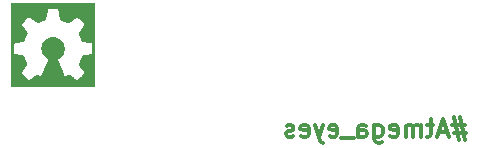
<source format=gbr>
G04 #@! TF.FileFunction,Legend,Bot*
%FSLAX46Y46*%
G04 Gerber Fmt 4.6, Leading zero omitted, Abs format (unit mm)*
G04 Created by KiCad (PCBNEW 0.201509182046+6202~30~ubuntu15.04.1-product) date Mon 21 Sep 2015 15:06:14 BST*
%MOMM*%
G01*
G04 APERTURE LIST*
%ADD10C,0.100000*%
%ADD11C,0.300000*%
%ADD12C,0.002540*%
G04 APERTURE END LIST*
D10*
D11*
X164924428Y-71941571D02*
X163852999Y-71941571D01*
X164495856Y-71298714D02*
X164924428Y-73227286D01*
X163995856Y-72584429D02*
X165067285Y-72584429D01*
X164424428Y-73227286D02*
X163995856Y-71298714D01*
X163424428Y-72513000D02*
X162710142Y-72513000D01*
X163567285Y-72941571D02*
X163067285Y-71441571D01*
X162567285Y-72941571D01*
X162281571Y-71941571D02*
X161710142Y-71941571D01*
X162067285Y-71441571D02*
X162067285Y-72727286D01*
X161995857Y-72870143D01*
X161852999Y-72941571D01*
X161710142Y-72941571D01*
X161210142Y-72941571D02*
X161210142Y-71941571D01*
X161210142Y-72084429D02*
X161138714Y-72013000D01*
X160995856Y-71941571D01*
X160781571Y-71941571D01*
X160638714Y-72013000D01*
X160567285Y-72155857D01*
X160567285Y-72941571D01*
X160567285Y-72155857D02*
X160495856Y-72013000D01*
X160352999Y-71941571D01*
X160138714Y-71941571D01*
X159995856Y-72013000D01*
X159924428Y-72155857D01*
X159924428Y-72941571D01*
X158638714Y-72870143D02*
X158781571Y-72941571D01*
X159067285Y-72941571D01*
X159210142Y-72870143D01*
X159281571Y-72727286D01*
X159281571Y-72155857D01*
X159210142Y-72013000D01*
X159067285Y-71941571D01*
X158781571Y-71941571D01*
X158638714Y-72013000D01*
X158567285Y-72155857D01*
X158567285Y-72298714D01*
X159281571Y-72441571D01*
X157281571Y-71941571D02*
X157281571Y-73155857D01*
X157353000Y-73298714D01*
X157424428Y-73370143D01*
X157567285Y-73441571D01*
X157781571Y-73441571D01*
X157924428Y-73370143D01*
X157281571Y-72870143D02*
X157424428Y-72941571D01*
X157710142Y-72941571D01*
X157853000Y-72870143D01*
X157924428Y-72798714D01*
X157995857Y-72655857D01*
X157995857Y-72227286D01*
X157924428Y-72084429D01*
X157853000Y-72013000D01*
X157710142Y-71941571D01*
X157424428Y-71941571D01*
X157281571Y-72013000D01*
X155924428Y-72941571D02*
X155924428Y-72155857D01*
X155995857Y-72013000D01*
X156138714Y-71941571D01*
X156424428Y-71941571D01*
X156567285Y-72013000D01*
X155924428Y-72870143D02*
X156067285Y-72941571D01*
X156424428Y-72941571D01*
X156567285Y-72870143D01*
X156638714Y-72727286D01*
X156638714Y-72584429D01*
X156567285Y-72441571D01*
X156424428Y-72370143D01*
X156067285Y-72370143D01*
X155924428Y-72298714D01*
X155567285Y-73084429D02*
X154424428Y-73084429D01*
X153495857Y-72870143D02*
X153638714Y-72941571D01*
X153924428Y-72941571D01*
X154067285Y-72870143D01*
X154138714Y-72727286D01*
X154138714Y-72155857D01*
X154067285Y-72013000D01*
X153924428Y-71941571D01*
X153638714Y-71941571D01*
X153495857Y-72013000D01*
X153424428Y-72155857D01*
X153424428Y-72298714D01*
X154138714Y-72441571D01*
X152924428Y-71941571D02*
X152567285Y-72941571D01*
X152210143Y-71941571D02*
X152567285Y-72941571D01*
X152710143Y-73298714D01*
X152781571Y-73370143D01*
X152924428Y-73441571D01*
X151067286Y-72870143D02*
X151210143Y-72941571D01*
X151495857Y-72941571D01*
X151638714Y-72870143D01*
X151710143Y-72727286D01*
X151710143Y-72155857D01*
X151638714Y-72013000D01*
X151495857Y-71941571D01*
X151210143Y-71941571D01*
X151067286Y-72013000D01*
X150995857Y-72155857D01*
X150995857Y-72298714D01*
X151710143Y-72441571D01*
X150424429Y-72870143D02*
X150281572Y-72941571D01*
X149995857Y-72941571D01*
X149853000Y-72870143D01*
X149781572Y-72727286D01*
X149781572Y-72655857D01*
X149853000Y-72513000D01*
X149995857Y-72441571D01*
X150210143Y-72441571D01*
X150353000Y-72370143D01*
X150424429Y-72227286D01*
X150424429Y-72155857D01*
X150353000Y-72013000D01*
X150210143Y-71941571D01*
X149995857Y-71941571D01*
X149853000Y-72013000D01*
D12*
G36*
X126547880Y-68651120D02*
X126657100Y-68651120D01*
X126657100Y-65582800D01*
X126657100Y-65445640D01*
X126657100Y-65300860D01*
X126657100Y-65189100D01*
X126659640Y-65105280D01*
X126662180Y-65046860D01*
X126667260Y-65008760D01*
X126672340Y-64985900D01*
X126679960Y-64978280D01*
X126705360Y-64973200D01*
X126758700Y-64960500D01*
X126837440Y-64945260D01*
X126936500Y-64924940D01*
X127048260Y-64904620D01*
X127121920Y-64891920D01*
X127238760Y-64869060D01*
X127345440Y-64848740D01*
X127434340Y-64830960D01*
X127500380Y-64815720D01*
X127538480Y-64808100D01*
X127548640Y-64803020D01*
X127558800Y-64782700D01*
X127581660Y-64734440D01*
X127612140Y-64665860D01*
X127647700Y-64584580D01*
X127685800Y-64495680D01*
X127723900Y-64404240D01*
X127759460Y-64317880D01*
X127789940Y-64244220D01*
X127810260Y-64188340D01*
X127822960Y-64155320D01*
X127822960Y-64152780D01*
X127812800Y-64127380D01*
X127787400Y-64079120D01*
X127746760Y-64018160D01*
X127708660Y-63959740D01*
X127596900Y-63802260D01*
X127508000Y-63670180D01*
X127439420Y-63566040D01*
X127388620Y-63487300D01*
X127355600Y-63431420D01*
X127340360Y-63398400D01*
X127337820Y-63393320D01*
X127350520Y-63373000D01*
X127383540Y-63332360D01*
X127434340Y-63276480D01*
X127500380Y-63207900D01*
X127571500Y-63131700D01*
X127650240Y-63052960D01*
X127728980Y-62974220D01*
X127802640Y-62900560D01*
X127868680Y-62837060D01*
X127922020Y-62786260D01*
X127960120Y-62755780D01*
X127975360Y-62745620D01*
X127995680Y-62755780D01*
X128041400Y-62783720D01*
X128107440Y-62824360D01*
X128188720Y-62880240D01*
X128285240Y-62943740D01*
X128361440Y-62997080D01*
X128465580Y-63065660D01*
X128557020Y-63129160D01*
X128635760Y-63179960D01*
X128696720Y-63218060D01*
X128737360Y-63240920D01*
X128750060Y-63248540D01*
X128775460Y-63240920D01*
X128828800Y-63223140D01*
X128899920Y-63195200D01*
X128983740Y-63159640D01*
X129075180Y-63124080D01*
X129164080Y-63083440D01*
X129245360Y-63047880D01*
X129313940Y-63014860D01*
X129362200Y-62992000D01*
X129385060Y-62976760D01*
X129385060Y-62976760D01*
X129392680Y-62951360D01*
X129405380Y-62898020D01*
X129420620Y-62819280D01*
X129440940Y-62720220D01*
X129461260Y-62608460D01*
X129473960Y-62547500D01*
X129494280Y-62430660D01*
X129517140Y-62321440D01*
X129534920Y-62230000D01*
X129550160Y-62158880D01*
X129560320Y-62113160D01*
X129562860Y-62103000D01*
X129570480Y-62090300D01*
X129578100Y-62082680D01*
X129595880Y-62075060D01*
X129623820Y-62069980D01*
X129667000Y-62067440D01*
X129730500Y-62064900D01*
X129819400Y-62064900D01*
X129936240Y-62062360D01*
X130027680Y-62062360D01*
X130157220Y-62064900D01*
X130271520Y-62064900D01*
X130365500Y-62069980D01*
X130436620Y-62072520D01*
X130477260Y-62077600D01*
X130487420Y-62080140D01*
X130492500Y-62100460D01*
X130505200Y-62153800D01*
X130520440Y-62230000D01*
X130540760Y-62329060D01*
X130561080Y-62440820D01*
X130578860Y-62534800D01*
X130601720Y-62654180D01*
X130624580Y-62765940D01*
X130644900Y-62859920D01*
X130662680Y-62931040D01*
X130675380Y-62976760D01*
X130683000Y-62989460D01*
X130708400Y-63007240D01*
X130759200Y-63030100D01*
X130830320Y-63060580D01*
X130914140Y-63096140D01*
X131005580Y-63131700D01*
X131094480Y-63167260D01*
X131178300Y-63200280D01*
X131249420Y-63223140D01*
X131300220Y-63238380D01*
X131323080Y-63243460D01*
X131343400Y-63230760D01*
X131391660Y-63200280D01*
X131457700Y-63157100D01*
X131541520Y-63101220D01*
X131638040Y-63037720D01*
X131704080Y-62989460D01*
X131805680Y-62920880D01*
X131894580Y-62859920D01*
X131973320Y-62809120D01*
X132034280Y-62771020D01*
X132069840Y-62750700D01*
X132080000Y-62745620D01*
X132100320Y-62758320D01*
X132140960Y-62791340D01*
X132196840Y-62844680D01*
X132267960Y-62913260D01*
X132351780Y-62994540D01*
X132415280Y-63058040D01*
X132519420Y-63162180D01*
X132600700Y-63246000D01*
X132659120Y-63309500D01*
X132694680Y-63355220D01*
X132715000Y-63385700D01*
X132717540Y-63403480D01*
X132704840Y-63426340D01*
X132676900Y-63474600D01*
X132631180Y-63545720D01*
X132575300Y-63629540D01*
X132511800Y-63723520D01*
X132473700Y-63779400D01*
X132407660Y-63878460D01*
X132346700Y-63969900D01*
X132295900Y-64048640D01*
X132260340Y-64107060D01*
X132240020Y-64145160D01*
X132237480Y-64155320D01*
X132245100Y-64180720D01*
X132262880Y-64231520D01*
X132290820Y-64302640D01*
X132326380Y-64386460D01*
X132361940Y-64477900D01*
X132400040Y-64569340D01*
X132438140Y-64650620D01*
X132468620Y-64721740D01*
X132494020Y-64772540D01*
X132506720Y-64797940D01*
X132506720Y-64797940D01*
X132529580Y-64805560D01*
X132580380Y-64818260D01*
X132656580Y-64836040D01*
X132753100Y-64856360D01*
X132864860Y-64876680D01*
X132938520Y-64891920D01*
X133057900Y-64914780D01*
X133164580Y-64935100D01*
X133256020Y-64952880D01*
X133327140Y-64965580D01*
X133370320Y-64975740D01*
X133380480Y-64978280D01*
X133388100Y-64998600D01*
X133395720Y-65049400D01*
X133398260Y-65123060D01*
X133403340Y-65214500D01*
X133405880Y-65321180D01*
X133405880Y-65430400D01*
X133405880Y-65542160D01*
X133405880Y-65648840D01*
X133400800Y-65742820D01*
X133395720Y-65821560D01*
X133390640Y-65874900D01*
X133383020Y-65900300D01*
X133383020Y-65900300D01*
X133357620Y-65907920D01*
X133304280Y-65920620D01*
X133228080Y-65938400D01*
X133129020Y-65958720D01*
X133017260Y-65979040D01*
X132956300Y-65991740D01*
X132842000Y-66012060D01*
X132735320Y-66034920D01*
X132646420Y-66055240D01*
X132580380Y-66070480D01*
X132539740Y-66083180D01*
X132532120Y-66088260D01*
X132519420Y-66111120D01*
X132496560Y-66161920D01*
X132466080Y-66233040D01*
X132427980Y-66316860D01*
X132392420Y-66410840D01*
X132354320Y-66504820D01*
X132318760Y-66593720D01*
X132288280Y-66669920D01*
X132267960Y-66730880D01*
X132257800Y-66766440D01*
X132255260Y-66771520D01*
X132265420Y-66791840D01*
X132293360Y-66837560D01*
X132336540Y-66903600D01*
X132389880Y-66984880D01*
X132453380Y-67078860D01*
X132488940Y-67129660D01*
X132557520Y-67228720D01*
X132615940Y-67317620D01*
X132664200Y-67396360D01*
X132699760Y-67454780D01*
X132720080Y-67490340D01*
X132722620Y-67500500D01*
X132709920Y-67518280D01*
X132676900Y-67558920D01*
X132626100Y-67614800D01*
X132562600Y-67683380D01*
X132488940Y-67759580D01*
X132412740Y-67838320D01*
X132334000Y-67917060D01*
X132260340Y-67990720D01*
X132194300Y-68054220D01*
X132140960Y-68105020D01*
X132105400Y-68138040D01*
X132087620Y-68148200D01*
X132069840Y-68138040D01*
X132026660Y-68112640D01*
X131963160Y-68069460D01*
X131881880Y-68016120D01*
X131790440Y-67952620D01*
X131734560Y-67914520D01*
X131635500Y-67848480D01*
X131546600Y-67790060D01*
X131470400Y-67739260D01*
X131411980Y-67703700D01*
X131376420Y-67683380D01*
X131368800Y-67680840D01*
X131343400Y-67688460D01*
X131295140Y-67711320D01*
X131231640Y-67741800D01*
X131188460Y-67764660D01*
X131112260Y-67802760D01*
X131061460Y-67825620D01*
X131023360Y-67825620D01*
X130995420Y-67802760D01*
X130970020Y-67754500D01*
X130937000Y-67673220D01*
X130931920Y-67663060D01*
X130911600Y-67614800D01*
X130881120Y-67536060D01*
X130840480Y-67437000D01*
X130792220Y-67317620D01*
X130736340Y-67188080D01*
X130680460Y-67048380D01*
X130642360Y-66959480D01*
X130586480Y-66824860D01*
X130535680Y-66697860D01*
X130492500Y-66588640D01*
X130454400Y-66494660D01*
X130426460Y-66423540D01*
X130411220Y-66377820D01*
X130406140Y-66365120D01*
X130421380Y-66342260D01*
X130456940Y-66306700D01*
X130510280Y-66263520D01*
X130533140Y-66245740D01*
X130683000Y-66121280D01*
X130797300Y-65989200D01*
X130881120Y-65849500D01*
X130934460Y-65697100D01*
X130959860Y-65526920D01*
X130962400Y-65435480D01*
X130947160Y-65252600D01*
X130898900Y-65084960D01*
X130815080Y-64930020D01*
X130700780Y-64790320D01*
X130657600Y-64749680D01*
X130512820Y-64643000D01*
X130355340Y-64566800D01*
X130190240Y-64521080D01*
X130022600Y-64508380D01*
X129852420Y-64523620D01*
X129689860Y-64571880D01*
X129534920Y-64648080D01*
X129395220Y-64757300D01*
X129346960Y-64803020D01*
X129232660Y-64947800D01*
X129153920Y-65100200D01*
X129105660Y-65265300D01*
X129090420Y-65445640D01*
X129090420Y-65448180D01*
X129108200Y-65628520D01*
X129156460Y-65798700D01*
X129237740Y-65953640D01*
X129354580Y-66095880D01*
X129501900Y-66227960D01*
X129542540Y-66258440D01*
X129595880Y-66299080D01*
X129633980Y-66334640D01*
X129651760Y-66360040D01*
X129654300Y-66362580D01*
X129646680Y-66387980D01*
X129628900Y-66438780D01*
X129600960Y-66507360D01*
X129567940Y-66588640D01*
X129565400Y-66598800D01*
X129534920Y-66672460D01*
X129491740Y-66771520D01*
X129443480Y-66890900D01*
X129387600Y-67022980D01*
X129329180Y-67162680D01*
X129273300Y-67302380D01*
X129268220Y-67312540D01*
X129214880Y-67439540D01*
X129166620Y-67553840D01*
X129123440Y-67655440D01*
X129087880Y-67736720D01*
X129062480Y-67795140D01*
X129047240Y-67828160D01*
X129044700Y-67830700D01*
X129021840Y-67830700D01*
X128976120Y-67812920D01*
X128910080Y-67784980D01*
X128869440Y-67764660D01*
X128798320Y-67729100D01*
X128739900Y-67701160D01*
X128699260Y-67683380D01*
X128686560Y-67680840D01*
X128666240Y-67691000D01*
X128620520Y-67718940D01*
X128554480Y-67759580D01*
X128473200Y-67812920D01*
X128381760Y-67876420D01*
X128353820Y-67894200D01*
X128259840Y-67960240D01*
X128170940Y-68018660D01*
X128097280Y-68069460D01*
X128041400Y-68105020D01*
X128008380Y-68127880D01*
X128003300Y-68130420D01*
X127988060Y-68135500D01*
X127972820Y-68132960D01*
X127952500Y-68122800D01*
X127922020Y-68102480D01*
X127881380Y-68064380D01*
X127822960Y-68011040D01*
X127749300Y-67937380D01*
X127650240Y-67840860D01*
X127650240Y-67840860D01*
X127558800Y-67746880D01*
X127477520Y-67663060D01*
X127414020Y-67594480D01*
X127365760Y-67538600D01*
X127342900Y-67505580D01*
X127337820Y-67497960D01*
X127347980Y-67472560D01*
X127375920Y-67424300D01*
X127416560Y-67355720D01*
X127472440Y-67271900D01*
X127535940Y-67177920D01*
X127571500Y-67124580D01*
X127637540Y-67028060D01*
X127695960Y-66939160D01*
X127746760Y-66865500D01*
X127782320Y-66809620D01*
X127802640Y-66776600D01*
X127805180Y-66771520D01*
X127797560Y-66748660D01*
X127779780Y-66697860D01*
X127751840Y-66629280D01*
X127721360Y-66545460D01*
X127683260Y-66454020D01*
X127645160Y-66362580D01*
X127609600Y-66273680D01*
X127576580Y-66194940D01*
X127551180Y-66136520D01*
X127533400Y-66100960D01*
X127530860Y-66095880D01*
X127515620Y-66083180D01*
X127482600Y-66073020D01*
X127431800Y-66057780D01*
X127358140Y-66040000D01*
X127261620Y-66019680D01*
X127134620Y-65996820D01*
X126977140Y-65966340D01*
X126880620Y-65948560D01*
X126804420Y-65935860D01*
X126740920Y-65923160D01*
X126697740Y-65913000D01*
X126687580Y-65910460D01*
X126677420Y-65905380D01*
X126669800Y-65895220D01*
X126664720Y-65869820D01*
X126662180Y-65831720D01*
X126659640Y-65773300D01*
X126657100Y-65692020D01*
X126657100Y-65582800D01*
X126657100Y-68651120D01*
X130048000Y-68651120D01*
X133548120Y-68651120D01*
X133548120Y-65151000D01*
X133548120Y-61650880D01*
X130048000Y-61650880D01*
X126547880Y-61650880D01*
X126547880Y-65151000D01*
X126547880Y-68651120D01*
X126547880Y-68651120D01*
X126547880Y-68651120D01*
G37*
X126547880Y-68651120D02*
X126657100Y-68651120D01*
X126657100Y-65582800D01*
X126657100Y-65445640D01*
X126657100Y-65300860D01*
X126657100Y-65189100D01*
X126659640Y-65105280D01*
X126662180Y-65046860D01*
X126667260Y-65008760D01*
X126672340Y-64985900D01*
X126679960Y-64978280D01*
X126705360Y-64973200D01*
X126758700Y-64960500D01*
X126837440Y-64945260D01*
X126936500Y-64924940D01*
X127048260Y-64904620D01*
X127121920Y-64891920D01*
X127238760Y-64869060D01*
X127345440Y-64848740D01*
X127434340Y-64830960D01*
X127500380Y-64815720D01*
X127538480Y-64808100D01*
X127548640Y-64803020D01*
X127558800Y-64782700D01*
X127581660Y-64734440D01*
X127612140Y-64665860D01*
X127647700Y-64584580D01*
X127685800Y-64495680D01*
X127723900Y-64404240D01*
X127759460Y-64317880D01*
X127789940Y-64244220D01*
X127810260Y-64188340D01*
X127822960Y-64155320D01*
X127822960Y-64152780D01*
X127812800Y-64127380D01*
X127787400Y-64079120D01*
X127746760Y-64018160D01*
X127708660Y-63959740D01*
X127596900Y-63802260D01*
X127508000Y-63670180D01*
X127439420Y-63566040D01*
X127388620Y-63487300D01*
X127355600Y-63431420D01*
X127340360Y-63398400D01*
X127337820Y-63393320D01*
X127350520Y-63373000D01*
X127383540Y-63332360D01*
X127434340Y-63276480D01*
X127500380Y-63207900D01*
X127571500Y-63131700D01*
X127650240Y-63052960D01*
X127728980Y-62974220D01*
X127802640Y-62900560D01*
X127868680Y-62837060D01*
X127922020Y-62786260D01*
X127960120Y-62755780D01*
X127975360Y-62745620D01*
X127995680Y-62755780D01*
X128041400Y-62783720D01*
X128107440Y-62824360D01*
X128188720Y-62880240D01*
X128285240Y-62943740D01*
X128361440Y-62997080D01*
X128465580Y-63065660D01*
X128557020Y-63129160D01*
X128635760Y-63179960D01*
X128696720Y-63218060D01*
X128737360Y-63240920D01*
X128750060Y-63248540D01*
X128775460Y-63240920D01*
X128828800Y-63223140D01*
X128899920Y-63195200D01*
X128983740Y-63159640D01*
X129075180Y-63124080D01*
X129164080Y-63083440D01*
X129245360Y-63047880D01*
X129313940Y-63014860D01*
X129362200Y-62992000D01*
X129385060Y-62976760D01*
X129385060Y-62976760D01*
X129392680Y-62951360D01*
X129405380Y-62898020D01*
X129420620Y-62819280D01*
X129440940Y-62720220D01*
X129461260Y-62608460D01*
X129473960Y-62547500D01*
X129494280Y-62430660D01*
X129517140Y-62321440D01*
X129534920Y-62230000D01*
X129550160Y-62158880D01*
X129560320Y-62113160D01*
X129562860Y-62103000D01*
X129570480Y-62090300D01*
X129578100Y-62082680D01*
X129595880Y-62075060D01*
X129623820Y-62069980D01*
X129667000Y-62067440D01*
X129730500Y-62064900D01*
X129819400Y-62064900D01*
X129936240Y-62062360D01*
X130027680Y-62062360D01*
X130157220Y-62064900D01*
X130271520Y-62064900D01*
X130365500Y-62069980D01*
X130436620Y-62072520D01*
X130477260Y-62077600D01*
X130487420Y-62080140D01*
X130492500Y-62100460D01*
X130505200Y-62153800D01*
X130520440Y-62230000D01*
X130540760Y-62329060D01*
X130561080Y-62440820D01*
X130578860Y-62534800D01*
X130601720Y-62654180D01*
X130624580Y-62765940D01*
X130644900Y-62859920D01*
X130662680Y-62931040D01*
X130675380Y-62976760D01*
X130683000Y-62989460D01*
X130708400Y-63007240D01*
X130759200Y-63030100D01*
X130830320Y-63060580D01*
X130914140Y-63096140D01*
X131005580Y-63131700D01*
X131094480Y-63167260D01*
X131178300Y-63200280D01*
X131249420Y-63223140D01*
X131300220Y-63238380D01*
X131323080Y-63243460D01*
X131343400Y-63230760D01*
X131391660Y-63200280D01*
X131457700Y-63157100D01*
X131541520Y-63101220D01*
X131638040Y-63037720D01*
X131704080Y-62989460D01*
X131805680Y-62920880D01*
X131894580Y-62859920D01*
X131973320Y-62809120D01*
X132034280Y-62771020D01*
X132069840Y-62750700D01*
X132080000Y-62745620D01*
X132100320Y-62758320D01*
X132140960Y-62791340D01*
X132196840Y-62844680D01*
X132267960Y-62913260D01*
X132351780Y-62994540D01*
X132415280Y-63058040D01*
X132519420Y-63162180D01*
X132600700Y-63246000D01*
X132659120Y-63309500D01*
X132694680Y-63355220D01*
X132715000Y-63385700D01*
X132717540Y-63403480D01*
X132704840Y-63426340D01*
X132676900Y-63474600D01*
X132631180Y-63545720D01*
X132575300Y-63629540D01*
X132511800Y-63723520D01*
X132473700Y-63779400D01*
X132407660Y-63878460D01*
X132346700Y-63969900D01*
X132295900Y-64048640D01*
X132260340Y-64107060D01*
X132240020Y-64145160D01*
X132237480Y-64155320D01*
X132245100Y-64180720D01*
X132262880Y-64231520D01*
X132290820Y-64302640D01*
X132326380Y-64386460D01*
X132361940Y-64477900D01*
X132400040Y-64569340D01*
X132438140Y-64650620D01*
X132468620Y-64721740D01*
X132494020Y-64772540D01*
X132506720Y-64797940D01*
X132506720Y-64797940D01*
X132529580Y-64805560D01*
X132580380Y-64818260D01*
X132656580Y-64836040D01*
X132753100Y-64856360D01*
X132864860Y-64876680D01*
X132938520Y-64891920D01*
X133057900Y-64914780D01*
X133164580Y-64935100D01*
X133256020Y-64952880D01*
X133327140Y-64965580D01*
X133370320Y-64975740D01*
X133380480Y-64978280D01*
X133388100Y-64998600D01*
X133395720Y-65049400D01*
X133398260Y-65123060D01*
X133403340Y-65214500D01*
X133405880Y-65321180D01*
X133405880Y-65430400D01*
X133405880Y-65542160D01*
X133405880Y-65648840D01*
X133400800Y-65742820D01*
X133395720Y-65821560D01*
X133390640Y-65874900D01*
X133383020Y-65900300D01*
X133383020Y-65900300D01*
X133357620Y-65907920D01*
X133304280Y-65920620D01*
X133228080Y-65938400D01*
X133129020Y-65958720D01*
X133017260Y-65979040D01*
X132956300Y-65991740D01*
X132842000Y-66012060D01*
X132735320Y-66034920D01*
X132646420Y-66055240D01*
X132580380Y-66070480D01*
X132539740Y-66083180D01*
X132532120Y-66088260D01*
X132519420Y-66111120D01*
X132496560Y-66161920D01*
X132466080Y-66233040D01*
X132427980Y-66316860D01*
X132392420Y-66410840D01*
X132354320Y-66504820D01*
X132318760Y-66593720D01*
X132288280Y-66669920D01*
X132267960Y-66730880D01*
X132257800Y-66766440D01*
X132255260Y-66771520D01*
X132265420Y-66791840D01*
X132293360Y-66837560D01*
X132336540Y-66903600D01*
X132389880Y-66984880D01*
X132453380Y-67078860D01*
X132488940Y-67129660D01*
X132557520Y-67228720D01*
X132615940Y-67317620D01*
X132664200Y-67396360D01*
X132699760Y-67454780D01*
X132720080Y-67490340D01*
X132722620Y-67500500D01*
X132709920Y-67518280D01*
X132676900Y-67558920D01*
X132626100Y-67614800D01*
X132562600Y-67683380D01*
X132488940Y-67759580D01*
X132412740Y-67838320D01*
X132334000Y-67917060D01*
X132260340Y-67990720D01*
X132194300Y-68054220D01*
X132140960Y-68105020D01*
X132105400Y-68138040D01*
X132087620Y-68148200D01*
X132069840Y-68138040D01*
X132026660Y-68112640D01*
X131963160Y-68069460D01*
X131881880Y-68016120D01*
X131790440Y-67952620D01*
X131734560Y-67914520D01*
X131635500Y-67848480D01*
X131546600Y-67790060D01*
X131470400Y-67739260D01*
X131411980Y-67703700D01*
X131376420Y-67683380D01*
X131368800Y-67680840D01*
X131343400Y-67688460D01*
X131295140Y-67711320D01*
X131231640Y-67741800D01*
X131188460Y-67764660D01*
X131112260Y-67802760D01*
X131061460Y-67825620D01*
X131023360Y-67825620D01*
X130995420Y-67802760D01*
X130970020Y-67754500D01*
X130937000Y-67673220D01*
X130931920Y-67663060D01*
X130911600Y-67614800D01*
X130881120Y-67536060D01*
X130840480Y-67437000D01*
X130792220Y-67317620D01*
X130736340Y-67188080D01*
X130680460Y-67048380D01*
X130642360Y-66959480D01*
X130586480Y-66824860D01*
X130535680Y-66697860D01*
X130492500Y-66588640D01*
X130454400Y-66494660D01*
X130426460Y-66423540D01*
X130411220Y-66377820D01*
X130406140Y-66365120D01*
X130421380Y-66342260D01*
X130456940Y-66306700D01*
X130510280Y-66263520D01*
X130533140Y-66245740D01*
X130683000Y-66121280D01*
X130797300Y-65989200D01*
X130881120Y-65849500D01*
X130934460Y-65697100D01*
X130959860Y-65526920D01*
X130962400Y-65435480D01*
X130947160Y-65252600D01*
X130898900Y-65084960D01*
X130815080Y-64930020D01*
X130700780Y-64790320D01*
X130657600Y-64749680D01*
X130512820Y-64643000D01*
X130355340Y-64566800D01*
X130190240Y-64521080D01*
X130022600Y-64508380D01*
X129852420Y-64523620D01*
X129689860Y-64571880D01*
X129534920Y-64648080D01*
X129395220Y-64757300D01*
X129346960Y-64803020D01*
X129232660Y-64947800D01*
X129153920Y-65100200D01*
X129105660Y-65265300D01*
X129090420Y-65445640D01*
X129090420Y-65448180D01*
X129108200Y-65628520D01*
X129156460Y-65798700D01*
X129237740Y-65953640D01*
X129354580Y-66095880D01*
X129501900Y-66227960D01*
X129542540Y-66258440D01*
X129595880Y-66299080D01*
X129633980Y-66334640D01*
X129651760Y-66360040D01*
X129654300Y-66362580D01*
X129646680Y-66387980D01*
X129628900Y-66438780D01*
X129600960Y-66507360D01*
X129567940Y-66588640D01*
X129565400Y-66598800D01*
X129534920Y-66672460D01*
X129491740Y-66771520D01*
X129443480Y-66890900D01*
X129387600Y-67022980D01*
X129329180Y-67162680D01*
X129273300Y-67302380D01*
X129268220Y-67312540D01*
X129214880Y-67439540D01*
X129166620Y-67553840D01*
X129123440Y-67655440D01*
X129087880Y-67736720D01*
X129062480Y-67795140D01*
X129047240Y-67828160D01*
X129044700Y-67830700D01*
X129021840Y-67830700D01*
X128976120Y-67812920D01*
X128910080Y-67784980D01*
X128869440Y-67764660D01*
X128798320Y-67729100D01*
X128739900Y-67701160D01*
X128699260Y-67683380D01*
X128686560Y-67680840D01*
X128666240Y-67691000D01*
X128620520Y-67718940D01*
X128554480Y-67759580D01*
X128473200Y-67812920D01*
X128381760Y-67876420D01*
X128353820Y-67894200D01*
X128259840Y-67960240D01*
X128170940Y-68018660D01*
X128097280Y-68069460D01*
X128041400Y-68105020D01*
X128008380Y-68127880D01*
X128003300Y-68130420D01*
X127988060Y-68135500D01*
X127972820Y-68132960D01*
X127952500Y-68122800D01*
X127922020Y-68102480D01*
X127881380Y-68064380D01*
X127822960Y-68011040D01*
X127749300Y-67937380D01*
X127650240Y-67840860D01*
X127650240Y-67840860D01*
X127558800Y-67746880D01*
X127477520Y-67663060D01*
X127414020Y-67594480D01*
X127365760Y-67538600D01*
X127342900Y-67505580D01*
X127337820Y-67497960D01*
X127347980Y-67472560D01*
X127375920Y-67424300D01*
X127416560Y-67355720D01*
X127472440Y-67271900D01*
X127535940Y-67177920D01*
X127571500Y-67124580D01*
X127637540Y-67028060D01*
X127695960Y-66939160D01*
X127746760Y-66865500D01*
X127782320Y-66809620D01*
X127802640Y-66776600D01*
X127805180Y-66771520D01*
X127797560Y-66748660D01*
X127779780Y-66697860D01*
X127751840Y-66629280D01*
X127721360Y-66545460D01*
X127683260Y-66454020D01*
X127645160Y-66362580D01*
X127609600Y-66273680D01*
X127576580Y-66194940D01*
X127551180Y-66136520D01*
X127533400Y-66100960D01*
X127530860Y-66095880D01*
X127515620Y-66083180D01*
X127482600Y-66073020D01*
X127431800Y-66057780D01*
X127358140Y-66040000D01*
X127261620Y-66019680D01*
X127134620Y-65996820D01*
X126977140Y-65966340D01*
X126880620Y-65948560D01*
X126804420Y-65935860D01*
X126740920Y-65923160D01*
X126697740Y-65913000D01*
X126687580Y-65910460D01*
X126677420Y-65905380D01*
X126669800Y-65895220D01*
X126664720Y-65869820D01*
X126662180Y-65831720D01*
X126659640Y-65773300D01*
X126657100Y-65692020D01*
X126657100Y-65582800D01*
X126657100Y-68651120D01*
X130048000Y-68651120D01*
X133548120Y-68651120D01*
X133548120Y-65151000D01*
X133548120Y-61650880D01*
X130048000Y-61650880D01*
X126547880Y-61650880D01*
X126547880Y-65151000D01*
X126547880Y-68651120D01*
X126547880Y-68651120D01*
M02*

</source>
